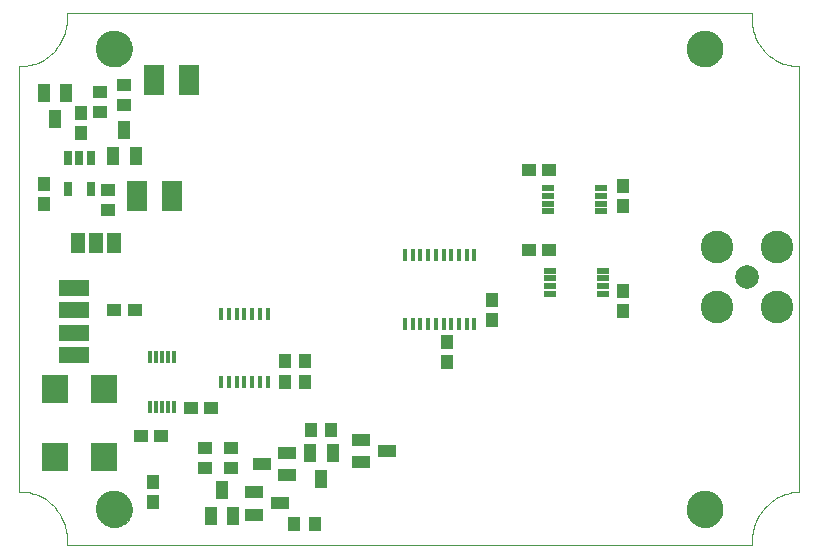
<source format=gbs>
G75*
%MOIN*%
%OFA0B0*%
%FSLAX24Y24*%
%IPPOS*%
%LPD*%
%AMOC8*
5,1,8,0,0,1.08239X$1,22.5*
%
%ADD10R,0.0473X0.0434*%
%ADD11R,0.0434X0.0473*%
%ADD12R,0.0670X0.0985*%
%ADD13R,0.0434X0.0591*%
%ADD14R,0.0591X0.0434*%
%ADD15R,0.0178X0.0394*%
%ADD16R,0.0434X0.0197*%
%ADD17R,0.0890X0.0940*%
%ADD18R,0.0500X0.0670*%
%ADD19R,0.0138X0.0434*%
%ADD20R,0.0276X0.0512*%
%ADD21R,0.0160X0.0430*%
%ADD22C,0.0790*%
%ADD23C,0.1090*%
%ADD24C,0.0000*%
%ADD25C,0.1221*%
%ADD26R,0.1040X0.0540*%
D10*
X007737Y004537D03*
X008407Y004537D03*
X009425Y005475D03*
X010094Y005475D03*
X009885Y004122D03*
X010760Y004122D03*
X010760Y003453D03*
X009885Y003453D03*
X007532Y008725D03*
X006862Y008725D03*
X006635Y012078D03*
X006635Y012747D03*
X006385Y015328D03*
X006385Y015997D03*
X007197Y016247D03*
X007197Y015578D03*
X020675Y013412D03*
X021344Y013412D03*
X021344Y010725D03*
X020675Y010725D03*
D11*
X019447Y009060D03*
X019447Y008390D03*
X017947Y007685D03*
X017947Y007015D03*
X014094Y004725D03*
X013425Y004725D03*
X013219Y006350D03*
X012550Y006350D03*
X012550Y007037D03*
X013219Y007037D03*
X008135Y002997D03*
X008135Y002328D03*
X012862Y001600D03*
X013532Y001600D03*
X023822Y008703D03*
X023822Y009372D03*
X023822Y012203D03*
X023822Y012872D03*
X005760Y014640D03*
X005760Y015310D03*
X004510Y012935D03*
X004510Y012265D03*
D12*
X007606Y012537D03*
X008788Y012537D03*
X009350Y016412D03*
X008169Y016412D03*
D13*
X007197Y014720D03*
X006823Y013854D03*
X007571Y013854D03*
X004885Y015104D03*
X005259Y015970D03*
X004510Y015970D03*
X013385Y003970D03*
X014134Y003970D03*
X013760Y003104D03*
X010821Y001854D03*
X010073Y001854D03*
X010447Y002720D03*
D14*
X011514Y002661D03*
X012380Y002287D03*
X011514Y001913D03*
X012630Y003226D03*
X011764Y003600D03*
X012630Y003974D03*
X015076Y003663D03*
X015943Y004037D03*
X015076Y004411D03*
D15*
X011965Y006343D03*
X011709Y006343D03*
X011453Y006343D03*
X011197Y006343D03*
X010941Y006343D03*
X010685Y006343D03*
X010429Y006343D03*
X010429Y008607D03*
X010685Y008607D03*
X010941Y008607D03*
X011197Y008607D03*
X011453Y008607D03*
X011709Y008607D03*
X011965Y008607D03*
D16*
X021369Y009278D03*
X021369Y009534D03*
X021369Y009790D03*
X021369Y010046D03*
X023150Y010046D03*
X023150Y009790D03*
X023150Y009534D03*
X023150Y009278D03*
X023088Y012028D03*
X023088Y012284D03*
X023088Y012540D03*
X023088Y012796D03*
X021306Y012796D03*
X021306Y012540D03*
X021306Y012284D03*
X021306Y012028D03*
D17*
X006508Y006104D03*
X004886Y006104D03*
X004886Y003846D03*
X006508Y003846D03*
D18*
X006260Y010975D03*
X006860Y010975D03*
X005660Y010975D03*
D19*
X008053Y007182D03*
X008250Y007182D03*
X008447Y007182D03*
X008644Y007182D03*
X008841Y007182D03*
X008841Y005518D03*
X008644Y005518D03*
X008447Y005518D03*
X008250Y005518D03*
X008053Y005518D03*
D20*
X006071Y012773D03*
X005323Y012773D03*
X005323Y013802D03*
X005697Y013802D03*
X006071Y013802D03*
D21*
X016551Y010561D03*
X016807Y010561D03*
X017063Y010561D03*
X017319Y010561D03*
X017575Y010561D03*
X017831Y010561D03*
X018087Y010561D03*
X018343Y010561D03*
X018599Y010561D03*
X018854Y010561D03*
X018854Y008264D03*
X018599Y008264D03*
X018343Y008264D03*
X018087Y008264D03*
X017831Y008264D03*
X017575Y008264D03*
X017319Y008264D03*
X017063Y008264D03*
X016807Y008264D03*
X016551Y008264D03*
D22*
X027949Y009838D03*
D23*
X028953Y008834D03*
X026945Y008834D03*
X026945Y010841D03*
X028953Y010841D03*
D24*
X005272Y001109D02*
X005270Y001186D01*
X005264Y001263D01*
X005255Y001340D01*
X005242Y001416D01*
X005225Y001492D01*
X005204Y001566D01*
X005180Y001640D01*
X005152Y001712D01*
X005121Y001782D01*
X005086Y001851D01*
X005048Y001919D01*
X005007Y001984D01*
X004962Y002047D01*
X004914Y002108D01*
X004864Y002167D01*
X004811Y002223D01*
X004755Y002276D01*
X004696Y002326D01*
X004635Y002374D01*
X004572Y002419D01*
X004507Y002460D01*
X004439Y002498D01*
X004370Y002533D01*
X004300Y002564D01*
X004228Y002592D01*
X004154Y002616D01*
X004080Y002637D01*
X004004Y002654D01*
X003928Y002667D01*
X003851Y002676D01*
X003774Y002682D01*
X003697Y002684D01*
X003697Y016857D01*
X003774Y016859D01*
X003851Y016865D01*
X003928Y016874D01*
X004004Y016887D01*
X004080Y016904D01*
X004154Y016925D01*
X004228Y016949D01*
X004300Y016977D01*
X004370Y017008D01*
X004439Y017043D01*
X004507Y017081D01*
X004572Y017122D01*
X004635Y017167D01*
X004696Y017215D01*
X004755Y017265D01*
X004811Y017318D01*
X004864Y017374D01*
X004914Y017433D01*
X004962Y017494D01*
X005007Y017557D01*
X005048Y017622D01*
X005086Y017690D01*
X005121Y017759D01*
X005152Y017829D01*
X005180Y017901D01*
X005204Y017975D01*
X005225Y018049D01*
X005242Y018125D01*
X005255Y018201D01*
X005264Y018278D01*
X005270Y018355D01*
X005272Y018432D01*
X005272Y018629D01*
X028106Y018629D01*
X028106Y018432D01*
X028108Y018355D01*
X028114Y018278D01*
X028123Y018201D01*
X028136Y018125D01*
X028153Y018049D01*
X028174Y017975D01*
X028198Y017901D01*
X028226Y017829D01*
X028257Y017759D01*
X028292Y017690D01*
X028330Y017622D01*
X028371Y017557D01*
X028416Y017494D01*
X028464Y017433D01*
X028514Y017374D01*
X028567Y017318D01*
X028623Y017265D01*
X028682Y017215D01*
X028743Y017167D01*
X028806Y017122D01*
X028871Y017081D01*
X028939Y017043D01*
X029008Y017008D01*
X029078Y016977D01*
X029150Y016949D01*
X029224Y016925D01*
X029298Y016904D01*
X029374Y016887D01*
X029450Y016874D01*
X029527Y016865D01*
X029604Y016859D01*
X029681Y016857D01*
X029681Y002684D01*
X029682Y002684D02*
X029602Y002678D01*
X029523Y002667D01*
X029444Y002653D01*
X029367Y002635D01*
X029290Y002614D01*
X029214Y002589D01*
X029140Y002560D01*
X029067Y002528D01*
X028995Y002492D01*
X028926Y002453D01*
X028858Y002411D01*
X028793Y002365D01*
X028729Y002317D01*
X028668Y002265D01*
X028610Y002211D01*
X028554Y002154D01*
X028501Y002094D01*
X028451Y002032D01*
X028404Y001968D01*
X028360Y001901D01*
X028319Y001833D01*
X028282Y001762D01*
X028248Y001690D01*
X028217Y001617D01*
X028190Y001541D01*
X028167Y001465D01*
X028147Y001388D01*
X028131Y001310D01*
X028119Y001231D01*
X028110Y001152D01*
X028105Y001072D01*
X028104Y000992D01*
X028107Y000913D01*
X028106Y000912D02*
X005272Y000912D01*
X005272Y001109D01*
X006256Y002094D02*
X006258Y002142D01*
X006264Y002190D01*
X006274Y002237D01*
X006287Y002283D01*
X006305Y002328D01*
X006325Y002372D01*
X006350Y002414D01*
X006378Y002453D01*
X006408Y002490D01*
X006442Y002524D01*
X006479Y002556D01*
X006517Y002585D01*
X006558Y002610D01*
X006601Y002632D01*
X006646Y002650D01*
X006692Y002664D01*
X006739Y002675D01*
X006787Y002682D01*
X006835Y002685D01*
X006883Y002684D01*
X006931Y002679D01*
X006979Y002670D01*
X007025Y002658D01*
X007070Y002641D01*
X007114Y002621D01*
X007156Y002598D01*
X007196Y002571D01*
X007234Y002541D01*
X007269Y002508D01*
X007301Y002472D01*
X007331Y002434D01*
X007357Y002393D01*
X007379Y002350D01*
X007399Y002306D01*
X007414Y002261D01*
X007426Y002214D01*
X007434Y002166D01*
X007438Y002118D01*
X007438Y002070D01*
X007434Y002022D01*
X007426Y001974D01*
X007414Y001927D01*
X007399Y001882D01*
X007379Y001838D01*
X007357Y001795D01*
X007331Y001754D01*
X007301Y001716D01*
X007269Y001680D01*
X007234Y001647D01*
X007196Y001617D01*
X007156Y001590D01*
X007114Y001567D01*
X007070Y001547D01*
X007025Y001530D01*
X006979Y001518D01*
X006931Y001509D01*
X006883Y001504D01*
X006835Y001503D01*
X006787Y001506D01*
X006739Y001513D01*
X006692Y001524D01*
X006646Y001538D01*
X006601Y001556D01*
X006558Y001578D01*
X006517Y001603D01*
X006479Y001632D01*
X006442Y001664D01*
X006408Y001698D01*
X006378Y001735D01*
X006350Y001774D01*
X006325Y001816D01*
X006305Y001860D01*
X006287Y001905D01*
X006274Y001951D01*
X006264Y001998D01*
X006258Y002046D01*
X006256Y002094D01*
X025941Y002094D02*
X025943Y002142D01*
X025949Y002190D01*
X025959Y002237D01*
X025972Y002283D01*
X025990Y002328D01*
X026010Y002372D01*
X026035Y002414D01*
X026063Y002453D01*
X026093Y002490D01*
X026127Y002524D01*
X026164Y002556D01*
X026202Y002585D01*
X026243Y002610D01*
X026286Y002632D01*
X026331Y002650D01*
X026377Y002664D01*
X026424Y002675D01*
X026472Y002682D01*
X026520Y002685D01*
X026568Y002684D01*
X026616Y002679D01*
X026664Y002670D01*
X026710Y002658D01*
X026755Y002641D01*
X026799Y002621D01*
X026841Y002598D01*
X026881Y002571D01*
X026919Y002541D01*
X026954Y002508D01*
X026986Y002472D01*
X027016Y002434D01*
X027042Y002393D01*
X027064Y002350D01*
X027084Y002306D01*
X027099Y002261D01*
X027111Y002214D01*
X027119Y002166D01*
X027123Y002118D01*
X027123Y002070D01*
X027119Y002022D01*
X027111Y001974D01*
X027099Y001927D01*
X027084Y001882D01*
X027064Y001838D01*
X027042Y001795D01*
X027016Y001754D01*
X026986Y001716D01*
X026954Y001680D01*
X026919Y001647D01*
X026881Y001617D01*
X026841Y001590D01*
X026799Y001567D01*
X026755Y001547D01*
X026710Y001530D01*
X026664Y001518D01*
X026616Y001509D01*
X026568Y001504D01*
X026520Y001503D01*
X026472Y001506D01*
X026424Y001513D01*
X026377Y001524D01*
X026331Y001538D01*
X026286Y001556D01*
X026243Y001578D01*
X026202Y001603D01*
X026164Y001632D01*
X026127Y001664D01*
X026093Y001698D01*
X026063Y001735D01*
X026035Y001774D01*
X026010Y001816D01*
X025990Y001860D01*
X025972Y001905D01*
X025959Y001951D01*
X025949Y001998D01*
X025943Y002046D01*
X025941Y002094D01*
X025941Y017448D02*
X025943Y017496D01*
X025949Y017544D01*
X025959Y017591D01*
X025972Y017637D01*
X025990Y017682D01*
X026010Y017726D01*
X026035Y017768D01*
X026063Y017807D01*
X026093Y017844D01*
X026127Y017878D01*
X026164Y017910D01*
X026202Y017939D01*
X026243Y017964D01*
X026286Y017986D01*
X026331Y018004D01*
X026377Y018018D01*
X026424Y018029D01*
X026472Y018036D01*
X026520Y018039D01*
X026568Y018038D01*
X026616Y018033D01*
X026664Y018024D01*
X026710Y018012D01*
X026755Y017995D01*
X026799Y017975D01*
X026841Y017952D01*
X026881Y017925D01*
X026919Y017895D01*
X026954Y017862D01*
X026986Y017826D01*
X027016Y017788D01*
X027042Y017747D01*
X027064Y017704D01*
X027084Y017660D01*
X027099Y017615D01*
X027111Y017568D01*
X027119Y017520D01*
X027123Y017472D01*
X027123Y017424D01*
X027119Y017376D01*
X027111Y017328D01*
X027099Y017281D01*
X027084Y017236D01*
X027064Y017192D01*
X027042Y017149D01*
X027016Y017108D01*
X026986Y017070D01*
X026954Y017034D01*
X026919Y017001D01*
X026881Y016971D01*
X026841Y016944D01*
X026799Y016921D01*
X026755Y016901D01*
X026710Y016884D01*
X026664Y016872D01*
X026616Y016863D01*
X026568Y016858D01*
X026520Y016857D01*
X026472Y016860D01*
X026424Y016867D01*
X026377Y016878D01*
X026331Y016892D01*
X026286Y016910D01*
X026243Y016932D01*
X026202Y016957D01*
X026164Y016986D01*
X026127Y017018D01*
X026093Y017052D01*
X026063Y017089D01*
X026035Y017128D01*
X026010Y017170D01*
X025990Y017214D01*
X025972Y017259D01*
X025959Y017305D01*
X025949Y017352D01*
X025943Y017400D01*
X025941Y017448D01*
X006256Y017448D02*
X006258Y017496D01*
X006264Y017544D01*
X006274Y017591D01*
X006287Y017637D01*
X006305Y017682D01*
X006325Y017726D01*
X006350Y017768D01*
X006378Y017807D01*
X006408Y017844D01*
X006442Y017878D01*
X006479Y017910D01*
X006517Y017939D01*
X006558Y017964D01*
X006601Y017986D01*
X006646Y018004D01*
X006692Y018018D01*
X006739Y018029D01*
X006787Y018036D01*
X006835Y018039D01*
X006883Y018038D01*
X006931Y018033D01*
X006979Y018024D01*
X007025Y018012D01*
X007070Y017995D01*
X007114Y017975D01*
X007156Y017952D01*
X007196Y017925D01*
X007234Y017895D01*
X007269Y017862D01*
X007301Y017826D01*
X007331Y017788D01*
X007357Y017747D01*
X007379Y017704D01*
X007399Y017660D01*
X007414Y017615D01*
X007426Y017568D01*
X007434Y017520D01*
X007438Y017472D01*
X007438Y017424D01*
X007434Y017376D01*
X007426Y017328D01*
X007414Y017281D01*
X007399Y017236D01*
X007379Y017192D01*
X007357Y017149D01*
X007331Y017108D01*
X007301Y017070D01*
X007269Y017034D01*
X007234Y017001D01*
X007196Y016971D01*
X007156Y016944D01*
X007114Y016921D01*
X007070Y016901D01*
X007025Y016884D01*
X006979Y016872D01*
X006931Y016863D01*
X006883Y016858D01*
X006835Y016857D01*
X006787Y016860D01*
X006739Y016867D01*
X006692Y016878D01*
X006646Y016892D01*
X006601Y016910D01*
X006558Y016932D01*
X006517Y016957D01*
X006479Y016986D01*
X006442Y017018D01*
X006408Y017052D01*
X006378Y017089D01*
X006350Y017128D01*
X006325Y017170D01*
X006305Y017214D01*
X006287Y017259D01*
X006274Y017305D01*
X006264Y017352D01*
X006258Y017400D01*
X006256Y017448D01*
D25*
X006847Y017448D03*
X026532Y017448D03*
X026532Y002094D03*
X006847Y002094D03*
D26*
X005510Y007225D03*
X005510Y007975D03*
X005510Y008725D03*
X005510Y009475D03*
M02*

</source>
